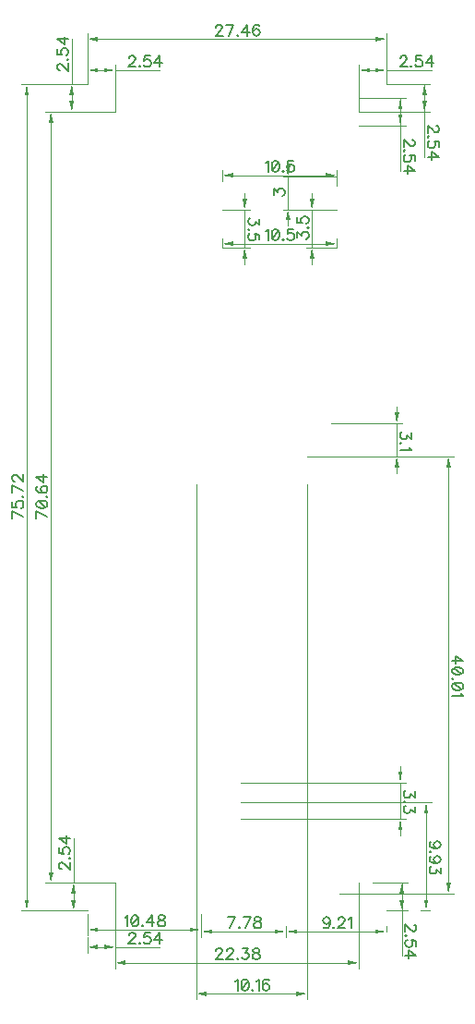
<source format=gbr>
G04 DipTrace 3.3.1.3*
G04 TopDimension.gbr*
%MOIN*%
G04 #@! TF.FileFunction,Drawing,Top*
G04 #@! TF.Part,Single*
%ADD13C,0.001378*%
%ADD55C,0.006176*%
%FSLAX26Y26*%
G04*
G70*
G90*
G75*
G01*
G04 TopDimension*
%LPD*%
X393701Y3374951D2*
D13*
X155266D1*
X393701Y393701D2*
X155266D1*
X174951Y1884326D2*
Y3335581D1*
G36*
Y3374951D2*
X182825Y3335581D1*
X167077D1*
X174951Y3374951D1*
G37*
Y1884326D2*
D13*
Y433071D1*
G36*
Y393701D2*
X167077Y433071D1*
X182825D1*
X174951Y393701D1*
G37*
X393701Y3424950D2*
D13*
Y3557135D1*
X1474953Y3424950D2*
Y3557135D1*
X934327Y3537450D2*
X433071D1*
G36*
X393701D2*
X433071Y3545324D1*
Y3529576D1*
X393701Y3537450D1*
G37*
X934327D2*
D13*
X1435583D1*
G36*
X1474953D2*
X1435583Y3529576D1*
Y3545324D1*
X1474953Y3537450D1*
G37*
X1187469Y2031201D2*
D13*
X1532136D1*
X1276881Y2153123D2*
X1532136D1*
X1512451D2*
Y2031201D1*
Y2212178D2*
Y2192493D1*
G36*
Y2153123D2*
X1504577Y2192493D1*
X1520325D1*
X1512451Y2153123D1*
G37*
Y1972146D2*
D13*
Y1991831D1*
G36*
Y2031201D2*
X1520325Y1991831D1*
X1504577D1*
X1512451Y2031201D1*
G37*
X806192Y381201D2*
D13*
Y305266D1*
X393701Y381201D2*
Y305266D1*
X599946Y324951D2*
X766822D1*
G36*
X806192D2*
X766822Y317077D1*
Y332825D1*
X806192Y324951D1*
G37*
X599946D2*
D13*
X433071D1*
G36*
X393701D2*
X433071Y332825D1*
Y317077D1*
X393701Y324951D1*
G37*
X493703Y3274950D2*
D13*
X242766D1*
X493711Y493720D2*
X242766D1*
X262451Y1884335D2*
Y3235580D1*
G36*
Y3274950D2*
X270325Y3235580D1*
X254577D1*
X262451Y3274950D1*
G37*
Y1884335D2*
D13*
Y533091D1*
G36*
Y493720D2*
X254577Y533091D1*
X270325D1*
X262451Y493720D1*
G37*
X1374951Y3274950D2*
D13*
X1632136D1*
X1474951Y3374951D2*
X1632136D1*
X1612451Y3324951D2*
Y3314320D1*
G36*
Y3274950D2*
X1604577Y3314320D1*
X1620325D1*
X1612451Y3274950D1*
G37*
Y3324951D2*
D13*
Y3335581D1*
G36*
Y3374951D2*
X1620325Y3335581D1*
X1604577D1*
X1612451Y3374951D1*
G37*
Y3112394D2*
D13*
Y3374951D1*
X1374951Y3324950D2*
X1544636D1*
X1374951Y3224950D2*
X1544636D1*
X1524951Y3274950D2*
Y3285580D1*
G36*
Y3324950D2*
X1532825Y3285580D1*
X1517077D1*
X1524951Y3324950D1*
G37*
Y3274950D2*
D13*
Y3264320D1*
G36*
Y3224950D2*
X1517077Y3264320D1*
X1532825D1*
X1524951Y3224950D1*
G37*
Y3062394D2*
D13*
Y3324950D1*
X806202Y368701D2*
Y299016D1*
X1112451Y318701D2*
Y338386D1*
X959327Y318701D2*
X845572D1*
G36*
X806202D2*
X845572Y326575D1*
Y310827D1*
X806202Y318701D1*
G37*
X959327D2*
D13*
X1073081D1*
G36*
X1112451D2*
X1073081Y310827D1*
Y326575D1*
X1112451Y318701D1*
G37*
Y331201D2*
D13*
Y299016D1*
X1474951Y318701D2*
Y338386D1*
X1293701Y318701D2*
X1151822D1*
G36*
X1112451D2*
X1151822Y326575D1*
Y310827D1*
X1112451Y318701D1*
G37*
X1293701D2*
D13*
X1435581D1*
G36*
X1474951D2*
X1435581Y310827D1*
Y326575D1*
X1474951Y318701D1*
G37*
X493703Y3274950D2*
D13*
Y3444635D1*
X393701Y3374951D2*
Y3444635D1*
X443702Y3424950D2*
X454333D1*
G36*
X493703D2*
X454333Y3417076D1*
Y3432824D1*
X493703Y3424950D1*
G37*
X443702D2*
D13*
X433071D1*
G36*
X393701D2*
X433071Y3432824D1*
Y3417076D1*
X393701Y3424950D1*
G37*
X656260D2*
D13*
X493703D1*
X493711Y493720D2*
Y186516D1*
X1374951Y493701D2*
Y186516D1*
X934331Y206201D2*
X533081D1*
G36*
X493711D2*
X533081Y214075D1*
Y198327D1*
X493711Y206201D1*
G37*
X934331D2*
D13*
X1335581D1*
G36*
X1374951D2*
X1335581Y198327D1*
Y214075D1*
X1374951Y206201D1*
G37*
X393701Y299951D2*
D13*
Y242765D1*
X493701Y256201D2*
Y282135D1*
X443701Y262450D2*
X433071D1*
G36*
X393701D2*
X433071Y270324D1*
Y254576D1*
X393701Y262450D1*
G37*
X443701D2*
D13*
X454331D1*
G36*
X493701D2*
X454331Y254576D1*
Y270324D1*
X493701Y262450D1*
G37*
X656257D2*
D13*
X493701D1*
X493711Y493720D2*
X324016D1*
X393701Y393701D2*
X324016D1*
X343701Y443711D2*
Y454350D1*
G36*
Y493720D2*
X351575Y454350D1*
X335827D1*
X343701Y493720D1*
G37*
Y443711D2*
D13*
Y433071D1*
G36*
Y393701D2*
X335827Y433071D1*
X351575D1*
X343701Y393701D1*
G37*
Y656277D2*
D13*
Y493720D1*
X948869Y784497D2*
X1638386D1*
X1631202Y393701D2*
X1599016D1*
X1618701Y589099D2*
Y745127D1*
G36*
Y784497D2*
X1626575Y745127D1*
X1610827D1*
X1618701Y784497D1*
G37*
Y589099D2*
D13*
Y433071D1*
G36*
Y393701D2*
X1610827Y433071D1*
X1626575D1*
X1618701Y393701D1*
G37*
X787434Y1931196D2*
D13*
Y74016D1*
X1187469Y1931196D2*
Y74016D1*
X987451Y93701D2*
X826804D1*
G36*
X787434D2*
X826804Y101575D1*
Y85827D1*
X787434Y93701D1*
G37*
X987451D2*
D13*
X1148099D1*
G36*
X1187469D2*
X1148099Y85827D1*
Y101575D1*
X1187469Y93701D1*
G37*
X1424951Y493701D2*
D13*
X1550887D1*
X1474951Y393701D2*
X1550887D1*
X1531202Y443701D2*
Y454331D1*
G36*
Y493701D2*
X1539076Y454331D1*
X1523328D1*
X1531202Y493701D1*
G37*
Y443701D2*
D13*
Y433071D1*
G36*
Y393701D2*
X1523328Y433071D1*
X1539076D1*
X1531202Y393701D1*
G37*
Y231144D2*
D13*
Y493701D1*
X1374951Y3274950D2*
Y3444635D1*
X1474951Y3374951D2*
Y3444635D1*
X1424951Y3424950D2*
X1414322D1*
G36*
X1374951D2*
X1414322Y3432824D1*
Y3417076D1*
X1374951Y3424950D1*
G37*
X1424951D2*
D13*
X1435581D1*
G36*
X1474951D2*
X1435581Y3417076D1*
Y3432824D1*
X1474951Y3424950D1*
G37*
X1637508D2*
D13*
X1474951D1*
X493703Y3274950D2*
X317766D1*
X393701Y3374951D2*
X317766D1*
X337451Y3324951D2*
Y3314320D1*
G36*
Y3274950D2*
X329577Y3314320D1*
X345325D1*
X337451Y3274950D1*
G37*
Y3324951D2*
D13*
Y3335581D1*
G36*
Y3374951D2*
X345325Y3335581D1*
X329577D1*
X337451Y3374951D1*
G37*
Y3537508D2*
D13*
Y3374951D1*
X948869Y855360D2*
X1544636D1*
X948857Y725451D2*
X1544636D1*
X1524951Y855360D2*
Y725451D1*
Y914415D2*
Y894730D1*
G36*
Y855360D2*
X1517077Y894730D1*
X1532825D1*
X1524951Y855360D1*
G37*
Y666396D2*
D13*
Y686081D1*
G36*
Y725451D2*
X1532825Y686081D1*
X1517077D1*
X1524951Y725451D1*
G37*
X1187469Y2031201D2*
D13*
X1719636D1*
X1306202Y456197D2*
X1719636D1*
X1699951Y1243699D2*
Y1991831D1*
G36*
Y2031201D2*
X1707825Y1991831D1*
X1692077D1*
X1699951Y2031201D1*
G37*
Y1243699D2*
D13*
Y495567D1*
G36*
Y456197D2*
X1692077Y495567D1*
X1707825D1*
X1699951Y456197D1*
G37*
X881113Y3023850D2*
D13*
Y3066185D1*
X1294507Y3009089D2*
Y3066185D1*
X1087810Y3046500D2*
X920483D1*
G36*
X881113D2*
X920483Y3054374D1*
Y3038626D1*
X881113Y3046500D1*
G37*
X1087810D2*
D13*
X1255136D1*
G36*
X1294507D2*
X1255136Y3038626D1*
Y3054374D1*
X1294507Y3046500D1*
G37*
Y3041570D2*
D13*
X1100314D1*
X1294507Y2923459D2*
X1100314D1*
X1119999Y3041570D2*
Y2923459D1*
Y3100625D2*
Y3080940D1*
G36*
Y3041570D2*
X1112125Y3080940D1*
X1127873D1*
X1119999Y3041570D1*
G37*
Y2864404D2*
D13*
Y2884089D1*
G36*
Y2923459D2*
X1127873Y2884089D1*
X1112125D1*
X1119999Y2923459D1*
G37*
X1294507D2*
D13*
X1186146D1*
X1294507Y2785664D2*
X1186146D1*
X1205831Y2923459D2*
Y2785664D1*
Y2982514D2*
Y2962829D1*
G36*
Y2923459D2*
X1197957Y2962829D1*
X1213705D1*
X1205831Y2923459D1*
G37*
Y2726609D2*
D13*
Y2746294D1*
G36*
Y2785664D2*
X1213705Y2746294D1*
X1197957D1*
X1205831Y2785664D1*
G37*
X1294507D2*
D13*
Y2819419D1*
X881121Y2785664D2*
Y2819419D1*
X1087814Y2799734D2*
X1255136D1*
G36*
X1294507D2*
X1255136Y2791860D1*
Y2807608D1*
X1294507Y2799734D1*
G37*
X1087814D2*
D13*
X920491D1*
G36*
X881121D2*
X920491Y2807608D1*
Y2791860D1*
X881121Y2799734D1*
G37*
Y2785664D2*
D13*
X983041D1*
X881121Y2923459D2*
X983041D1*
X963356D2*
Y2785664D1*
Y2982514D2*
Y2962829D1*
G36*
Y2923459D2*
X955482Y2962829D1*
X971230D1*
X963356Y2923459D1*
G37*
Y2726609D2*
D13*
Y2746294D1*
G36*
Y2785664D2*
X971230Y2746294D1*
X955482D1*
X963356Y2785664D1*
G37*
X162741Y1814848D2*
D55*
X122593Y1833993D1*
Y1807198D1*
Y1869292D2*
Y1850191D1*
X139793Y1848290D1*
X137892Y1850191D1*
X135946Y1855939D1*
Y1861643D1*
X137892Y1867391D1*
X141694Y1871238D1*
X147442Y1873139D1*
X151245D1*
X156993Y1871238D1*
X160839Y1867391D1*
X162741Y1861643D1*
Y1855939D1*
X160839Y1850191D1*
X158894Y1848290D1*
X155091Y1846345D1*
X158894Y1887392D2*
X160839Y1885491D1*
X162741Y1887392D1*
X160839Y1889337D1*
X158894Y1887392D1*
X162741Y1909338D2*
X122593Y1928483D1*
Y1901689D1*
X132143Y1942780D2*
X130242D1*
X126395Y1944682D1*
X124494Y1946583D1*
X122593Y1950430D1*
Y1958079D1*
X124494Y1961881D1*
X126395Y1963783D1*
X130242Y1965728D1*
X134045D1*
X137892Y1963783D1*
X143595Y1959980D1*
X162741Y1940835D1*
Y1967629D1*
X859167Y3580258D2*
Y3582159D1*
X861068Y3586006D1*
X862969Y3587907D1*
X866816Y3589809D1*
X874465D1*
X878268Y3587907D1*
X880169Y3586006D1*
X882115Y3582159D1*
Y3578357D1*
X880169Y3574510D1*
X876367Y3568806D1*
X857221Y3549661D1*
X884016D1*
X904017D2*
X923162Y3589809D1*
X896367D1*
X937415Y3553508D2*
X935513Y3551562D1*
X937415Y3549661D1*
X939360Y3551562D1*
X937415Y3553508D1*
X970857Y3549661D2*
Y3589809D1*
X951712Y3563058D1*
X980407D1*
X1015707Y3584105D2*
X1013805Y3587907D1*
X1008057Y3589809D1*
X1004255D1*
X998507Y3587907D1*
X994660Y3582159D1*
X992759Y3572609D1*
Y3563058D1*
X994660Y3555409D1*
X998507Y3551562D1*
X1004255Y3549661D1*
X1006156D1*
X1011860Y3551562D1*
X1015707Y3555409D1*
X1017608Y3561157D1*
Y3563058D1*
X1015707Y3568806D1*
X1011860Y3572609D1*
X1006156Y3574510D1*
X1004255D1*
X998507Y3572609D1*
X994660Y3568806D1*
X992759Y3563058D1*
X1564810Y2117697D2*
Y2096695D1*
X1549511Y2108146D1*
Y2102398D1*
X1547610Y2098596D1*
X1545709Y2096695D1*
X1539961Y2094749D1*
X1536158D1*
X1530410Y2096695D1*
X1526563Y2100497D1*
X1524662Y2106245D1*
Y2111993D1*
X1526563Y2117697D1*
X1528509Y2119598D1*
X1532312Y2121544D1*
X1528509Y2080496D2*
X1526563Y2082398D1*
X1524662Y2080496D1*
X1526563Y2078551D1*
X1528509Y2080496D1*
X1557161Y2066200D2*
X1559106Y2062353D1*
X1564810Y2056605D1*
X1524662D1*
X530490Y369661D2*
X534337Y371606D1*
X540085Y377310D1*
Y337162D1*
X563932Y377310D2*
X558184Y375409D1*
X554337Y369661D1*
X552436Y360110D1*
Y354362D1*
X554337Y344812D1*
X558184Y339063D1*
X563932Y337162D1*
X567735D1*
X573483Y339063D1*
X577285Y344812D1*
X579231Y354362D1*
Y360110D1*
X577285Y369661D1*
X573483Y375409D1*
X567735Y377310D1*
X563932D1*
X577285Y369661D2*
X554337Y344812D1*
X593483Y341009D2*
X591582Y339063D1*
X593483Y337162D1*
X595429Y339063D1*
X593483Y341009D1*
X626926Y337162D2*
Y377310D1*
X607780Y350560D1*
X636476D1*
X658378Y377310D2*
X652674Y375409D1*
X650729Y371606D1*
Y367759D1*
X652674Y363957D1*
X656477Y362011D1*
X664126Y360110D1*
X669874Y358209D1*
X673677Y354362D1*
X675578Y350560D1*
Y344812D1*
X673677Y341009D1*
X671776Y339063D1*
X666028Y337162D1*
X658378D1*
X652674Y339063D1*
X650729Y341009D1*
X648828Y344812D1*
Y350560D1*
X650729Y354362D1*
X654576Y358209D1*
X660280Y360110D1*
X667929Y362011D1*
X671776Y363957D1*
X673677Y367759D1*
Y371606D1*
X671776Y375409D1*
X666028Y377310D1*
X658378D1*
X250241Y1814879D2*
X210093Y1834024D1*
Y1807230D1*
Y1857872D2*
X211994Y1852124D1*
X217742Y1848277D1*
X227293Y1846376D1*
X233041D1*
X242591Y1848277D1*
X248339Y1852124D1*
X250241Y1857872D1*
Y1861674D1*
X248339Y1867422D1*
X242591Y1871225D1*
X233041Y1873170D1*
X227293D1*
X217742Y1871225D1*
X211994Y1867422D1*
X210093Y1861674D1*
Y1857872D1*
X217742Y1871225D2*
X242591Y1848277D1*
X246394Y1887423D2*
X248339Y1885522D1*
X250241Y1887423D1*
X248339Y1889369D1*
X246394Y1887423D1*
X215797Y1924668D2*
X211994Y1922767D1*
X210093Y1917019D1*
Y1913216D1*
X211994Y1907468D1*
X217742Y1903621D1*
X227293Y1901720D1*
X236843D1*
X244493Y1903621D1*
X248339Y1907468D1*
X250241Y1913216D1*
Y1915117D1*
X248339Y1920821D1*
X244493Y1924668D1*
X238745Y1926569D1*
X236843D1*
X231095Y1924668D1*
X227293Y1920821D1*
X225392Y1915117D1*
Y1913216D1*
X227293Y1907468D1*
X231095Y1903621D1*
X236843Y1901720D1*
X250241Y1958066D2*
X210093D1*
X236843Y1938921D1*
Y1967617D1*
X1655259Y3224371D2*
X1657161D1*
X1661007Y3222470D1*
X1662909Y3220568D1*
X1664810Y3216722D1*
Y3209072D1*
X1662909Y3205270D1*
X1661007Y3203369D1*
X1657161Y3201423D1*
X1653358D1*
X1649511Y3203369D1*
X1643808Y3207171D1*
X1624662Y3226317D1*
Y3199522D1*
X1628509Y3185269D2*
X1626563Y3187170D1*
X1624662Y3185269D1*
X1626563Y3183324D1*
X1628509Y3185269D1*
X1664810Y3148024D2*
Y3167126D1*
X1647610Y3169027D1*
X1649511Y3167126D1*
X1651457Y3161377D1*
Y3155674D1*
X1649511Y3149926D1*
X1645709Y3146079D1*
X1639961Y3144178D1*
X1636158D1*
X1630410Y3146079D1*
X1626563Y3149926D1*
X1624662Y3155674D1*
Y3161377D1*
X1626563Y3167126D1*
X1628509Y3169027D1*
X1632312Y3170972D1*
X1624662Y3112681D2*
X1664810D1*
X1638060Y3131826D1*
Y3103130D1*
X1567759Y3174371D2*
X1569661D1*
X1573507Y3172470D1*
X1575409Y3170568D1*
X1577310Y3166722D1*
Y3159072D1*
X1575409Y3155270D1*
X1573507Y3153369D1*
X1569661Y3151423D1*
X1565858D1*
X1562011Y3153369D1*
X1556308Y3157171D1*
X1537162Y3176317D1*
Y3149522D1*
X1541009Y3135269D2*
X1539063Y3137170D1*
X1537162Y3135269D1*
X1539063Y3133324D1*
X1541009Y3135269D1*
X1577310Y3098024D2*
Y3117126D1*
X1560110Y3119027D1*
X1562011Y3117126D1*
X1563957Y3111377D1*
Y3105674D1*
X1562011Y3099926D1*
X1558209Y3096079D1*
X1552461Y3094178D1*
X1548658D1*
X1542910Y3096079D1*
X1539063Y3099926D1*
X1537162Y3105674D1*
Y3111377D1*
X1539063Y3117126D1*
X1541009Y3119027D1*
X1544812Y3120972D1*
X1537162Y3062681D2*
X1577310D1*
X1550560Y3081826D1*
Y3053130D1*
X909444Y330912D2*
X928589Y371059D1*
X901794D1*
X942842Y334758D2*
X940940Y332813D1*
X942842Y330912D1*
X944787Y332813D1*
X942842Y334758D1*
X964788Y330912D2*
X983933Y371059D1*
X957138D1*
X1005835D2*
X1000131Y369158D1*
X998186Y365356D1*
Y361509D1*
X1000131Y357706D1*
X1003934Y355761D1*
X1011583Y353859D1*
X1017331Y351958D1*
X1021134Y348111D1*
X1023035Y344309D1*
Y338561D1*
X1021134Y334758D1*
X1019232Y332813D1*
X1013484Y330912D1*
X1005835D1*
X1000131Y332813D1*
X998186Y334758D1*
X996285Y338561D1*
Y344309D1*
X998186Y348111D1*
X1002033Y351958D1*
X1007736Y353859D1*
X1015386Y355761D1*
X1019232Y357706D1*
X1021134Y361509D1*
Y365356D1*
X1019232Y369158D1*
X1013484Y371059D1*
X1005835D1*
X1270591Y357706D2*
X1268645Y351958D1*
X1264843Y348111D1*
X1259095Y346210D1*
X1257193D1*
X1251445Y348111D1*
X1247643Y351958D1*
X1245697Y357706D1*
Y359607D1*
X1247643Y365356D1*
X1251445Y369158D1*
X1257193Y371059D1*
X1259095D1*
X1264843Y369158D1*
X1268645Y365356D1*
X1270591Y357706D1*
Y348111D1*
X1268645Y338561D1*
X1264843Y332813D1*
X1259095Y330912D1*
X1255292D1*
X1249544Y332813D1*
X1247643Y336660D1*
X1284843Y334758D2*
X1282942Y332813D1*
X1284843Y330912D1*
X1286789Y332813D1*
X1284843Y334758D1*
X1301086Y361509D2*
Y363410D1*
X1302987Y367257D1*
X1304888Y369158D1*
X1308735Y371059D1*
X1316384D1*
X1320187Y369158D1*
X1322088Y367257D1*
X1324034Y363410D1*
Y359607D1*
X1322088Y355761D1*
X1318286Y350057D1*
X1299140Y330912D1*
X1325935D1*
X1338286Y363410D2*
X1342133Y365356D1*
X1347881Y371059D1*
Y330912D1*
X544283Y3467758D2*
Y3469659D1*
X546184Y3473506D1*
X548085Y3475407D1*
X551932Y3477309D1*
X559581D1*
X563384Y3475407D1*
X565285Y3473506D1*
X567230Y3469659D1*
Y3465857D1*
X565285Y3462010D1*
X561482Y3456306D1*
X542337Y3437161D1*
X569132D1*
X583384Y3441008D2*
X581483Y3439062D1*
X583384Y3437161D1*
X585330Y3439062D1*
X583384Y3441008D1*
X620629Y3477309D2*
X601528D1*
X599627Y3460109D1*
X601528Y3462010D1*
X607276Y3463956D1*
X612980D1*
X618728Y3462010D1*
X622575Y3458208D1*
X624476Y3452459D1*
Y3448657D1*
X622575Y3442909D1*
X618728Y3439062D1*
X612980Y3437161D1*
X607276D1*
X601528Y3439062D1*
X599627Y3441008D1*
X597681Y3444810D1*
X655973Y3437161D2*
Y3477309D1*
X636827Y3450558D1*
X665523D1*
X859171Y249009D2*
Y250910D1*
X861073Y254757D1*
X862974Y256658D1*
X866821Y258559D1*
X874470D1*
X878272Y256658D1*
X880174Y254757D1*
X882119Y250910D1*
Y247107D1*
X880174Y243261D1*
X876371Y237557D1*
X857226Y218412D1*
X884020D1*
X898317Y249009D2*
Y250910D1*
X900219Y254757D1*
X902120Y256658D1*
X905967Y258559D1*
X913616D1*
X917419Y256658D1*
X919320Y254757D1*
X921265Y250910D1*
Y247107D1*
X919320Y243261D1*
X915517Y237557D1*
X896372Y218412D1*
X923167D1*
X937419Y222258D2*
X935518Y220313D1*
X937419Y218412D1*
X939365Y220313D1*
X937419Y222258D1*
X955563Y258559D2*
X976565D1*
X965113Y243261D1*
X970861D1*
X974664Y241359D1*
X976565Y239458D1*
X978511Y233710D1*
Y229908D1*
X976565Y224160D1*
X972763Y220313D1*
X967015Y218412D1*
X961267D1*
X955563Y220313D1*
X953662Y222258D1*
X951716Y226061D1*
X1000413Y258559D2*
X994709Y256658D1*
X992763Y252856D1*
Y249009D1*
X994709Y245206D1*
X998511Y243261D1*
X1006161Y241359D1*
X1011909Y239458D1*
X1015711Y235611D1*
X1017613Y231809D1*
Y226061D1*
X1015711Y222258D1*
X1013810Y220313D1*
X1008062Y218412D1*
X1000413D1*
X994709Y220313D1*
X992763Y222258D1*
X990862Y226061D1*
Y231809D1*
X992763Y235611D1*
X996610Y239458D1*
X1002314Y241359D1*
X1009963Y243261D1*
X1013810Y245206D1*
X1015711Y249009D1*
Y252856D1*
X1013810Y256658D1*
X1008062Y258559D1*
X1000413D1*
X544280Y305258D2*
Y307159D1*
X546181Y311006D1*
X548082Y312907D1*
X551929Y314809D1*
X559579D1*
X563381Y312907D1*
X565282Y311006D1*
X567228Y307159D1*
Y303357D1*
X565282Y299510D1*
X561480Y293806D1*
X542334Y274661D1*
X569129D1*
X583382Y278508D2*
X581480Y276562D1*
X583382Y274661D1*
X585327Y276562D1*
X583382Y278508D1*
X620627Y314809D2*
X601525D1*
X599624Y297609D1*
X601525Y299510D1*
X607273Y301456D1*
X612977D1*
X618725Y299510D1*
X622572Y295708D1*
X624473Y289959D1*
Y286157D1*
X622572Y280409D1*
X618725Y276562D1*
X612977Y274661D1*
X607273D1*
X601525Y276562D1*
X599624Y278508D1*
X597679Y282310D1*
X655970Y274661D2*
Y314809D1*
X636825Y288058D1*
X665521D1*
X300893Y544300D2*
X298992D1*
X295145Y546201D1*
X293244Y548102D1*
X291342Y551949D1*
Y559598D1*
X293244Y563401D1*
X295145Y565302D1*
X298992Y567247D1*
X302794D1*
X306641Y565302D1*
X312345Y561499D1*
X331490Y542354D1*
Y569149D1*
X327643Y583401D2*
X329589Y581500D1*
X331490Y583401D1*
X329589Y585347D1*
X327643Y583401D1*
X291342Y620646D2*
Y601545D1*
X308542Y599644D1*
X306641Y601545D1*
X304695Y607293D1*
Y612997D1*
X306641Y618745D1*
X310443Y622592D1*
X316191Y624493D1*
X319994D1*
X325742Y622592D1*
X329589Y618745D1*
X331490Y612997D1*
Y607293D1*
X329589Y601545D1*
X327643Y599644D1*
X323841Y597698D1*
X331490Y655990D2*
X291342D1*
X318093Y636844D1*
Y665540D1*
X1657706Y619859D2*
X1651958Y621805D1*
X1648111Y625607D1*
X1646210Y631355D1*
Y633256D1*
X1648111Y639004D1*
X1651958Y642807D1*
X1657706Y644752D1*
X1659607D1*
X1665356Y642807D1*
X1669158Y639004D1*
X1671059Y633256D1*
Y631355D1*
X1669158Y625607D1*
X1665356Y621805D1*
X1657706Y619859D1*
X1648111D1*
X1638561Y621805D1*
X1632813Y625607D1*
X1630912Y631355D1*
Y635158D1*
X1632813Y640906D1*
X1636660Y642807D1*
X1634758Y605606D2*
X1632813Y607508D1*
X1630912Y605606D1*
X1632813Y603661D1*
X1634758Y605606D1*
X1657706Y566416D2*
X1651958Y568362D1*
X1648111Y572164D1*
X1646210Y577912D1*
Y579813D1*
X1648111Y585561D1*
X1651958Y589364D1*
X1657706Y591309D1*
X1659607D1*
X1665356Y589364D1*
X1669158Y585561D1*
X1671059Y579813D1*
Y577912D1*
X1669158Y572164D1*
X1665356Y568362D1*
X1657706Y566416D1*
X1648111D1*
X1638561Y568362D1*
X1632813Y572164D1*
X1630912Y577912D1*
Y581715D1*
X1632813Y587463D1*
X1636660Y589364D1*
X1671059Y550218D2*
Y529216D1*
X1655761Y540667D1*
Y534919D1*
X1653859Y531117D1*
X1651958Y529216D1*
X1646210Y527270D1*
X1642408D1*
X1636660Y529216D1*
X1632813Y533018D1*
X1630912Y538766D1*
Y544514D1*
X1632813Y550218D1*
X1634758Y552119D1*
X1638561Y554065D1*
X928496Y138410D2*
X932343Y140356D1*
X938091Y146059D1*
Y105912D1*
X961939Y146059D2*
X956191Y144158D1*
X952344Y138410D1*
X950443Y128859D1*
Y123111D1*
X952344Y113561D1*
X956191Y107813D1*
X961939Y105912D1*
X965741D1*
X971489Y107813D1*
X975292Y113561D1*
X977237Y123111D1*
Y128859D1*
X975292Y138410D1*
X971489Y144158D1*
X965741Y146059D1*
X961939D1*
X975292Y138410D2*
X952344Y113561D1*
X991490Y109758D2*
X989589Y107813D1*
X991490Y105912D1*
X993435Y107813D1*
X991490Y109758D1*
X1005787Y138410D2*
X1009634Y140356D1*
X1015382Y146059D1*
Y105912D1*
X1050681Y140356D2*
X1048780Y144158D1*
X1043032Y146059D1*
X1039229D1*
X1033481Y144158D1*
X1029634Y138410D1*
X1027733Y128859D1*
Y119309D1*
X1029634Y111660D1*
X1033481Y107813D1*
X1039229Y105912D1*
X1041130D1*
X1046834Y107813D1*
X1050681Y111660D1*
X1052582Y117408D1*
Y119309D1*
X1050681Y125057D1*
X1046834Y128859D1*
X1041130Y130761D1*
X1039229D1*
X1033481Y128859D1*
X1029634Y125057D1*
X1027733Y119309D1*
X1574010Y343122D2*
X1575911D1*
X1579758Y341220D1*
X1581659Y339319D1*
X1583561Y335472D1*
Y327823D1*
X1581659Y324021D1*
X1579758Y322119D1*
X1575911Y320174D1*
X1572109D1*
X1568262Y322119D1*
X1562558Y325922D1*
X1543413Y345067D1*
Y318272D1*
X1547260Y304020D2*
X1545314Y305921D1*
X1543413Y304020D1*
X1545314Y302074D1*
X1547260Y304020D1*
X1583561Y266775D2*
Y285876D1*
X1566361Y287777D1*
X1568262Y285876D1*
X1570208Y280128D1*
Y274424D1*
X1568262Y268676D1*
X1564459Y264830D1*
X1558711Y262928D1*
X1554909D1*
X1549161Y264830D1*
X1545314Y268676D1*
X1543413Y274424D1*
Y280128D1*
X1545314Y285876D1*
X1547260Y287777D1*
X1551062Y289723D1*
X1543413Y231432D2*
X1583561D1*
X1556810Y250577D1*
Y221881D1*
X1525531Y3467758D2*
Y3469659D1*
X1527432Y3473506D1*
X1529333Y3475407D1*
X1533180Y3477309D1*
X1540829D1*
X1544632Y3475407D1*
X1546533Y3473506D1*
X1548478Y3469659D1*
Y3465857D1*
X1546533Y3462010D1*
X1542730Y3456306D1*
X1523585Y3437161D1*
X1550380D1*
X1564632Y3441008D2*
X1562731Y3439062D1*
X1564632Y3437161D1*
X1566578Y3439062D1*
X1564632Y3441008D1*
X1601877Y3477309D2*
X1582776D1*
X1580875Y3460109D1*
X1582776Y3462010D1*
X1588524Y3463956D1*
X1594228D1*
X1599976Y3462010D1*
X1603823Y3458208D1*
X1605724Y3452459D1*
Y3448657D1*
X1603823Y3442909D1*
X1599976Y3439062D1*
X1594228Y3437161D1*
X1588524D1*
X1582776Y3439062D1*
X1580875Y3441008D1*
X1578929Y3444810D1*
X1637221Y3437161D2*
Y3477309D1*
X1618075Y3450558D1*
X1646771D1*
X294643Y3425531D2*
X292742D1*
X288895Y3427432D1*
X286994Y3429333D1*
X285093Y3433180D1*
Y3440829D1*
X286994Y3444632D1*
X288895Y3446533D1*
X292742Y3448478D1*
X296545D1*
X300392Y3446533D1*
X306095Y3442730D1*
X325241Y3423585D1*
Y3450380D1*
X321394Y3464632D2*
X323339Y3462731D1*
X325241Y3464632D1*
X323339Y3466578D1*
X321394Y3464632D1*
X285093Y3501877D2*
Y3482776D1*
X302293Y3480875D1*
X300392Y3482776D1*
X298446Y3488524D1*
Y3494228D1*
X300392Y3499976D1*
X304194Y3503823D1*
X309942Y3505724D1*
X313745D1*
X319493Y3503823D1*
X323339Y3499976D1*
X325241Y3494228D1*
Y3488524D1*
X323339Y3482776D1*
X321394Y3480875D1*
X317591Y3478929D1*
X325241Y3537221D2*
X285093D1*
X311843Y3518075D1*
Y3546771D1*
X1577310Y824540D2*
Y803538D1*
X1562011Y814990D1*
Y809241D1*
X1560110Y805439D1*
X1558209Y803538D1*
X1552461Y801592D1*
X1548658D1*
X1542910Y803538D1*
X1539063Y807340D1*
X1537162Y813088D1*
Y818836D1*
X1539063Y824540D1*
X1541009Y826441D1*
X1544812Y828387D1*
X1541009Y787340D2*
X1539063Y789241D1*
X1537162Y787340D1*
X1539063Y785394D1*
X1541009Y787340D1*
X1577310Y769196D2*
Y748193D1*
X1562011Y759645D1*
Y753897D1*
X1560110Y750095D1*
X1558209Y748193D1*
X1552461Y746248D1*
X1548658D1*
X1542910Y748193D1*
X1539063Y751996D1*
X1537162Y757744D1*
Y763492D1*
X1539063Y769196D1*
X1541009Y771097D1*
X1544812Y773043D1*
X1712162Y1294032D2*
X1752310D1*
X1725560Y1313177D1*
Y1284481D1*
X1752310Y1260634D2*
X1750409Y1266382D1*
X1744661Y1270229D1*
X1735110Y1272130D1*
X1729362D1*
X1719812Y1270229D1*
X1714063Y1266382D1*
X1712162Y1260634D1*
Y1256831D1*
X1714063Y1251083D1*
X1719812Y1247281D1*
X1729362Y1245335D1*
X1735110D1*
X1744661Y1247281D1*
X1750409Y1251083D1*
X1752310Y1256831D1*
Y1260634D1*
X1744661Y1247281D2*
X1719812Y1270229D1*
X1716009Y1231083D2*
X1714063Y1232984D1*
X1712162Y1231083D1*
X1714063Y1229137D1*
X1716009Y1231083D1*
X1752310Y1205290D2*
X1750409Y1211038D1*
X1744661Y1214884D1*
X1735110Y1216786D1*
X1729362D1*
X1719812Y1214884D1*
X1714063Y1211038D1*
X1712162Y1205290D1*
Y1201487D1*
X1714063Y1195739D1*
X1719812Y1191936D1*
X1729362Y1189991D1*
X1735110D1*
X1744661Y1191936D1*
X1750409Y1195739D1*
X1752310Y1201487D1*
Y1205290D1*
X1744661Y1191936D2*
X1719812Y1214884D1*
X1744661Y1177640D2*
X1746606Y1173793D1*
X1752310Y1168045D1*
X1712162D1*
X1038855Y3091209D2*
X1042702Y3093155D1*
X1048450Y3098859D1*
Y3058711D1*
X1072297Y3098859D2*
X1066549Y3096957D1*
X1062702Y3091209D1*
X1060801Y3081659D1*
Y3075911D1*
X1062702Y3066360D1*
X1066549Y3060612D1*
X1072297Y3058711D1*
X1076100D1*
X1081848Y3060612D1*
X1085650Y3066360D1*
X1087596Y3075911D1*
Y3081659D1*
X1085650Y3091209D1*
X1081848Y3096957D1*
X1076100Y3098859D1*
X1072297D1*
X1085650Y3091209D2*
X1062702Y3066360D1*
X1101849Y3062558D2*
X1099947Y3060612D1*
X1101849Y3058711D1*
X1103794Y3060612D1*
X1101849Y3062558D1*
X1139093Y3098859D2*
X1119992D1*
X1118091Y3081659D1*
X1119992Y3083560D1*
X1125740Y3085505D1*
X1131444D1*
X1137192Y3083560D1*
X1141039Y3079757D1*
X1142940Y3074009D1*
Y3070207D1*
X1141039Y3064459D1*
X1137192Y3060612D1*
X1131444Y3058711D1*
X1125740D1*
X1119992Y3060612D1*
X1118091Y3062558D1*
X1116145Y3066360D1*
X1067640Y2976052D2*
Y2997054D1*
X1082939Y2985602D1*
Y2991350D1*
X1084840Y2995153D1*
X1086741Y2997054D1*
X1092489Y2999000D1*
X1096292D1*
X1102040Y2997054D1*
X1105887Y2993252D1*
X1107788Y2987504D1*
Y2981756D1*
X1105887Y2976052D1*
X1103941Y2974150D1*
X1100139Y2972205D1*
X1153472Y2820427D2*
Y2841429D1*
X1168771Y2829977D1*
Y2835725D1*
X1170672Y2839528D1*
X1172573Y2841429D1*
X1178321Y2843375D1*
X1182124D1*
X1187872Y2841429D1*
X1191719Y2837627D1*
X1193620Y2831879D1*
Y2826131D1*
X1191719Y2820427D1*
X1189773Y2818526D1*
X1185971Y2816580D1*
X1189773Y2857627D2*
X1191719Y2855726D1*
X1193620Y2857627D1*
X1191719Y2859573D1*
X1189773Y2857627D1*
X1153472Y2894872D2*
Y2875771D1*
X1170672Y2873870D1*
X1168771Y2875771D1*
X1166825Y2881519D1*
Y2887223D1*
X1168771Y2892971D1*
X1172573Y2896818D1*
X1178321Y2898719D1*
X1182124D1*
X1187872Y2896818D1*
X1191719Y2892971D1*
X1193620Y2887223D1*
Y2881519D1*
X1191719Y2875771D1*
X1189773Y2873870D1*
X1185971Y2871924D1*
X1038859Y2844443D2*
X1042706Y2846388D1*
X1048454Y2852092D1*
Y2811944D1*
X1072301Y2852092D2*
X1066553Y2850191D1*
X1062706Y2844443D1*
X1060805Y2834892D1*
Y2829144D1*
X1062706Y2819594D1*
X1066553Y2813846D1*
X1072301Y2811944D1*
X1076104D1*
X1081852Y2813846D1*
X1085654Y2819594D1*
X1087600Y2829144D1*
Y2834892D1*
X1085654Y2844443D1*
X1081852Y2850191D1*
X1076104Y2852092D1*
X1072301D1*
X1085654Y2844443D2*
X1062706Y2819594D1*
X1101852Y2815791D2*
X1099951Y2813846D1*
X1101852Y2811944D1*
X1103798Y2813846D1*
X1101852Y2815791D1*
X1139097Y2852092D2*
X1119996D1*
X1118095Y2834892D1*
X1119996Y2836794D1*
X1125744Y2838739D1*
X1131448D1*
X1137196Y2836794D1*
X1141043Y2832991D1*
X1142944Y2827243D1*
Y2823440D1*
X1141043Y2817692D1*
X1137196Y2813846D1*
X1131448Y2811944D1*
X1125744D1*
X1119996Y2813846D1*
X1118095Y2815791D1*
X1116149Y2819594D1*
X1015714Y2888697D2*
Y2867694D1*
X1000416Y2879146D1*
Y2873398D1*
X998514Y2869595D1*
X996613Y2867694D1*
X990865Y2865749D1*
X987062D1*
X981314Y2867694D1*
X977468Y2871497D1*
X975566Y2877245D1*
Y2882993D1*
X977468Y2888697D1*
X979413Y2890598D1*
X983216Y2892543D1*
X979413Y2851496D2*
X977468Y2853397D1*
X975566Y2851496D1*
X977468Y2849550D1*
X979413Y2851496D1*
X1015714Y2814251D2*
Y2833352D1*
X998514Y2835254D1*
X1000416Y2833352D1*
X1002361Y2827604D1*
Y2821900D1*
X1000416Y2816152D1*
X996613Y2812306D1*
X990865Y2810404D1*
X987062D1*
X981314Y2812306D1*
X977468Y2816152D1*
X975566Y2821900D1*
Y2827604D1*
X977468Y2833352D1*
X979413Y2835254D1*
X983216Y2837199D1*
M02*

</source>
